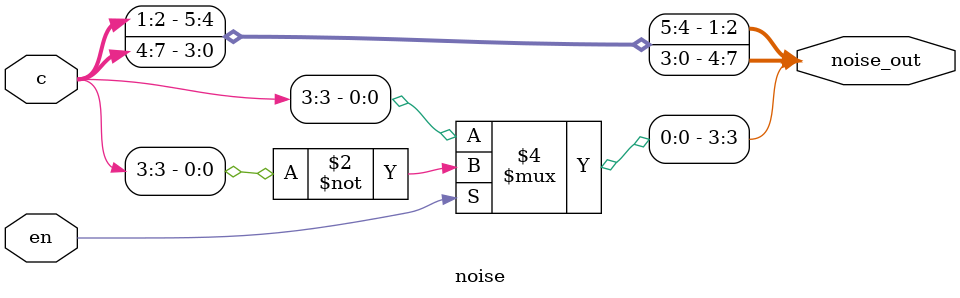
<source format=v>
module noise (
    input en,
    input [1:7] c,
    output reg [1:7] noise_out
);
    always @(*) begin
        noise_out = c; // Start by copying c to noise_out
        if (en)
            noise_out[3] = ~c[3]; // Toggle bit c[3] if en is high
    end
endmodule

</source>
